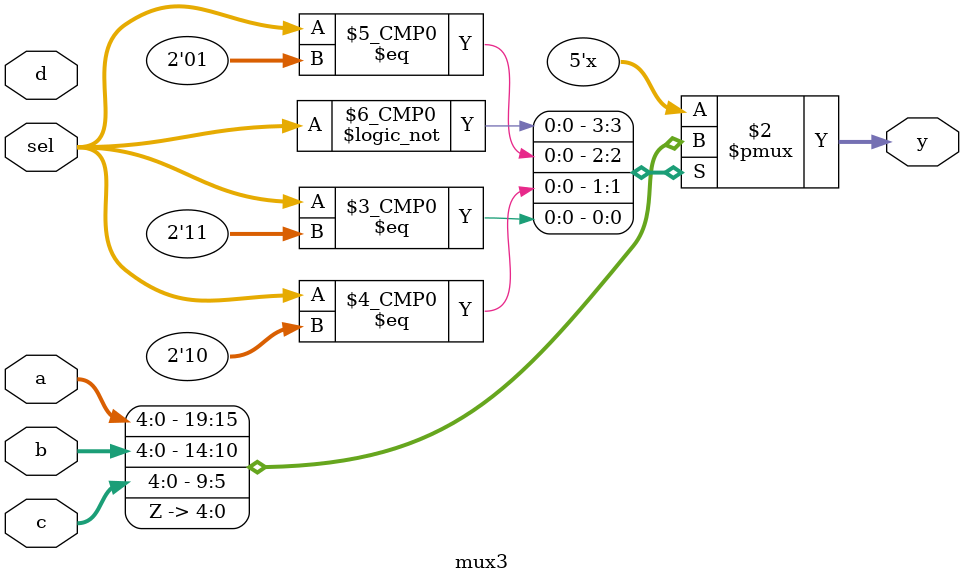
<source format=v>
 module mux3(a,b,c,d,y,sel);
	input [4:0] a,b,d,c;
	input [1:0] sel;
	output [4:0] y;
	reg [4:0] y;
	always @ (a or b or c or sel)
		begin	
			case(sel)
				2'b00 : y = a;
				2'b01 : y=b;
				2'b10 : y=c;
				2'b11 :y= 5'bzzzzz; 
			endcase
			end
			
endmodule
</source>
